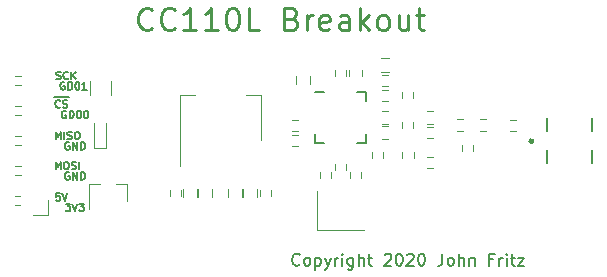
<source format=gbr>
%TF.GenerationSoftware,KiCad,Pcbnew,(5.1.6)-1*%
%TF.CreationDate,2020-07-26T08:56:46-05:00*%
%TF.ProjectId,nanoRT,6e616e6f-5254-42e6-9b69-6361645f7063,rev?*%
%TF.SameCoordinates,Original*%
%TF.FileFunction,Legend,Top*%
%TF.FilePolarity,Positive*%
%FSLAX46Y46*%
G04 Gerber Fmt 4.6, Leading zero omitted, Abs format (unit mm)*
G04 Created by KiCad (PCBNEW (5.1.6)-1) date 2020-07-26 08:56:46*
%MOMM*%
%LPD*%
G01*
G04 APERTURE LIST*
%ADD10C,0.254000*%
%ADD11C,0.150000*%
%ADD12C,0.127000*%
%ADD13C,0.120000*%
%ADD14C,0.300000*%
G04 APERTURE END LIST*
D10*
X112349642Y-81960357D02*
X112258928Y-82051071D01*
X111986785Y-82141785D01*
X111805357Y-82141785D01*
X111533214Y-82051071D01*
X111351785Y-81869642D01*
X111261071Y-81688214D01*
X111170357Y-81325357D01*
X111170357Y-81053214D01*
X111261071Y-80690357D01*
X111351785Y-80508928D01*
X111533214Y-80327500D01*
X111805357Y-80236785D01*
X111986785Y-80236785D01*
X112258928Y-80327500D01*
X112349642Y-80418214D01*
X114254642Y-81960357D02*
X114163928Y-82051071D01*
X113891785Y-82141785D01*
X113710357Y-82141785D01*
X113438214Y-82051071D01*
X113256785Y-81869642D01*
X113166071Y-81688214D01*
X113075357Y-81325357D01*
X113075357Y-81053214D01*
X113166071Y-80690357D01*
X113256785Y-80508928D01*
X113438214Y-80327500D01*
X113710357Y-80236785D01*
X113891785Y-80236785D01*
X114163928Y-80327500D01*
X114254642Y-80418214D01*
X116068928Y-82141785D02*
X114980357Y-82141785D01*
X115524642Y-82141785D02*
X115524642Y-80236785D01*
X115343214Y-80508928D01*
X115161785Y-80690357D01*
X114980357Y-80781071D01*
X117883214Y-82141785D02*
X116794642Y-82141785D01*
X117338928Y-82141785D02*
X117338928Y-80236785D01*
X117157500Y-80508928D01*
X116976071Y-80690357D01*
X116794642Y-80781071D01*
X119062500Y-80236785D02*
X119243928Y-80236785D01*
X119425357Y-80327500D01*
X119516071Y-80418214D01*
X119606785Y-80599642D01*
X119697500Y-80962500D01*
X119697500Y-81416071D01*
X119606785Y-81778928D01*
X119516071Y-81960357D01*
X119425357Y-82051071D01*
X119243928Y-82141785D01*
X119062500Y-82141785D01*
X118881071Y-82051071D01*
X118790357Y-81960357D01*
X118699642Y-81778928D01*
X118608928Y-81416071D01*
X118608928Y-80962500D01*
X118699642Y-80599642D01*
X118790357Y-80418214D01*
X118881071Y-80327500D01*
X119062500Y-80236785D01*
X121421071Y-82141785D02*
X120513928Y-82141785D01*
X120513928Y-80236785D01*
X124142500Y-81143928D02*
X124414642Y-81234642D01*
X124505357Y-81325357D01*
X124596071Y-81506785D01*
X124596071Y-81778928D01*
X124505357Y-81960357D01*
X124414642Y-82051071D01*
X124233214Y-82141785D01*
X123507500Y-82141785D01*
X123507500Y-80236785D01*
X124142500Y-80236785D01*
X124323928Y-80327500D01*
X124414642Y-80418214D01*
X124505357Y-80599642D01*
X124505357Y-80781071D01*
X124414642Y-80962500D01*
X124323928Y-81053214D01*
X124142500Y-81143928D01*
X123507500Y-81143928D01*
X125412500Y-82141785D02*
X125412500Y-80871785D01*
X125412500Y-81234642D02*
X125503214Y-81053214D01*
X125593928Y-80962500D01*
X125775357Y-80871785D01*
X125956785Y-80871785D01*
X127317500Y-82051071D02*
X127136071Y-82141785D01*
X126773214Y-82141785D01*
X126591785Y-82051071D01*
X126501071Y-81869642D01*
X126501071Y-81143928D01*
X126591785Y-80962500D01*
X126773214Y-80871785D01*
X127136071Y-80871785D01*
X127317500Y-80962500D01*
X127408214Y-81143928D01*
X127408214Y-81325357D01*
X126501071Y-81506785D01*
X129041071Y-82141785D02*
X129041071Y-81143928D01*
X128950357Y-80962500D01*
X128768928Y-80871785D01*
X128406071Y-80871785D01*
X128224642Y-80962500D01*
X129041071Y-82051071D02*
X128859642Y-82141785D01*
X128406071Y-82141785D01*
X128224642Y-82051071D01*
X128133928Y-81869642D01*
X128133928Y-81688214D01*
X128224642Y-81506785D01*
X128406071Y-81416071D01*
X128859642Y-81416071D01*
X129041071Y-81325357D01*
X129948214Y-82141785D02*
X129948214Y-80236785D01*
X130129642Y-81416071D02*
X130673928Y-82141785D01*
X130673928Y-80871785D02*
X129948214Y-81597500D01*
X131762500Y-82141785D02*
X131581071Y-82051071D01*
X131490357Y-81960357D01*
X131399642Y-81778928D01*
X131399642Y-81234642D01*
X131490357Y-81053214D01*
X131581071Y-80962500D01*
X131762500Y-80871785D01*
X132034642Y-80871785D01*
X132216071Y-80962500D01*
X132306785Y-81053214D01*
X132397500Y-81234642D01*
X132397500Y-81778928D01*
X132306785Y-81960357D01*
X132216071Y-82051071D01*
X132034642Y-82141785D01*
X131762500Y-82141785D01*
X134030357Y-80871785D02*
X134030357Y-82141785D01*
X133213928Y-80871785D02*
X133213928Y-81869642D01*
X133304642Y-82051071D01*
X133486071Y-82141785D01*
X133758214Y-82141785D01*
X133939642Y-82051071D01*
X134030357Y-81960357D01*
X134665357Y-80871785D02*
X135391071Y-80871785D01*
X134937500Y-80236785D02*
X134937500Y-81869642D01*
X135028214Y-82051071D01*
X135209642Y-82141785D01*
X135391071Y-82141785D01*
D11*
X124818333Y-101957142D02*
X124770714Y-102004761D01*
X124627857Y-102052380D01*
X124532619Y-102052380D01*
X124389761Y-102004761D01*
X124294523Y-101909523D01*
X124246904Y-101814285D01*
X124199285Y-101623809D01*
X124199285Y-101480952D01*
X124246904Y-101290476D01*
X124294523Y-101195238D01*
X124389761Y-101100000D01*
X124532619Y-101052380D01*
X124627857Y-101052380D01*
X124770714Y-101100000D01*
X124818333Y-101147619D01*
X125389761Y-102052380D02*
X125294523Y-102004761D01*
X125246904Y-101957142D01*
X125199285Y-101861904D01*
X125199285Y-101576190D01*
X125246904Y-101480952D01*
X125294523Y-101433333D01*
X125389761Y-101385714D01*
X125532619Y-101385714D01*
X125627857Y-101433333D01*
X125675476Y-101480952D01*
X125723095Y-101576190D01*
X125723095Y-101861904D01*
X125675476Y-101957142D01*
X125627857Y-102004761D01*
X125532619Y-102052380D01*
X125389761Y-102052380D01*
X126151666Y-101385714D02*
X126151666Y-102385714D01*
X126151666Y-101433333D02*
X126246904Y-101385714D01*
X126437380Y-101385714D01*
X126532619Y-101433333D01*
X126580238Y-101480952D01*
X126627857Y-101576190D01*
X126627857Y-101861904D01*
X126580238Y-101957142D01*
X126532619Y-102004761D01*
X126437380Y-102052380D01*
X126246904Y-102052380D01*
X126151666Y-102004761D01*
X126961190Y-101385714D02*
X127199285Y-102052380D01*
X127437380Y-101385714D02*
X127199285Y-102052380D01*
X127104047Y-102290476D01*
X127056428Y-102338095D01*
X126961190Y-102385714D01*
X127818333Y-102052380D02*
X127818333Y-101385714D01*
X127818333Y-101576190D02*
X127865952Y-101480952D01*
X127913571Y-101433333D01*
X128008809Y-101385714D01*
X128104047Y-101385714D01*
X128437380Y-102052380D02*
X128437380Y-101385714D01*
X128437380Y-101052380D02*
X128389761Y-101100000D01*
X128437380Y-101147619D01*
X128485000Y-101100000D01*
X128437380Y-101052380D01*
X128437380Y-101147619D01*
X129342142Y-101385714D02*
X129342142Y-102195238D01*
X129294523Y-102290476D01*
X129246904Y-102338095D01*
X129151666Y-102385714D01*
X129008809Y-102385714D01*
X128913571Y-102338095D01*
X129342142Y-102004761D02*
X129246904Y-102052380D01*
X129056428Y-102052380D01*
X128961190Y-102004761D01*
X128913571Y-101957142D01*
X128865952Y-101861904D01*
X128865952Y-101576190D01*
X128913571Y-101480952D01*
X128961190Y-101433333D01*
X129056428Y-101385714D01*
X129246904Y-101385714D01*
X129342142Y-101433333D01*
X129818333Y-102052380D02*
X129818333Y-101052380D01*
X130246904Y-102052380D02*
X130246904Y-101528571D01*
X130199285Y-101433333D01*
X130104047Y-101385714D01*
X129961190Y-101385714D01*
X129865952Y-101433333D01*
X129818333Y-101480952D01*
X130580238Y-101385714D02*
X130961190Y-101385714D01*
X130723095Y-101052380D02*
X130723095Y-101909523D01*
X130770714Y-102004761D01*
X130865952Y-102052380D01*
X130961190Y-102052380D01*
X132008809Y-101147619D02*
X132056428Y-101100000D01*
X132151666Y-101052380D01*
X132389761Y-101052380D01*
X132485000Y-101100000D01*
X132532619Y-101147619D01*
X132580238Y-101242857D01*
X132580238Y-101338095D01*
X132532619Y-101480952D01*
X131961190Y-102052380D01*
X132580238Y-102052380D01*
X133199285Y-101052380D02*
X133294523Y-101052380D01*
X133389761Y-101100000D01*
X133437380Y-101147619D01*
X133485000Y-101242857D01*
X133532619Y-101433333D01*
X133532619Y-101671428D01*
X133485000Y-101861904D01*
X133437380Y-101957142D01*
X133389761Y-102004761D01*
X133294523Y-102052380D01*
X133199285Y-102052380D01*
X133104047Y-102004761D01*
X133056428Y-101957142D01*
X133008809Y-101861904D01*
X132961190Y-101671428D01*
X132961190Y-101433333D01*
X133008809Y-101242857D01*
X133056428Y-101147619D01*
X133104047Y-101100000D01*
X133199285Y-101052380D01*
X133913571Y-101147619D02*
X133961190Y-101100000D01*
X134056428Y-101052380D01*
X134294523Y-101052380D01*
X134389761Y-101100000D01*
X134437380Y-101147619D01*
X134485000Y-101242857D01*
X134485000Y-101338095D01*
X134437380Y-101480952D01*
X133865952Y-102052380D01*
X134485000Y-102052380D01*
X135104047Y-101052380D02*
X135199285Y-101052380D01*
X135294523Y-101100000D01*
X135342142Y-101147619D01*
X135389761Y-101242857D01*
X135437380Y-101433333D01*
X135437380Y-101671428D01*
X135389761Y-101861904D01*
X135342142Y-101957142D01*
X135294523Y-102004761D01*
X135199285Y-102052380D01*
X135104047Y-102052380D01*
X135008809Y-102004761D01*
X134961190Y-101957142D01*
X134913571Y-101861904D01*
X134865952Y-101671428D01*
X134865952Y-101433333D01*
X134913571Y-101242857D01*
X134961190Y-101147619D01*
X135008809Y-101100000D01*
X135104047Y-101052380D01*
X136913571Y-101052380D02*
X136913571Y-101766666D01*
X136865952Y-101909523D01*
X136770714Y-102004761D01*
X136627857Y-102052380D01*
X136532619Y-102052380D01*
X137532619Y-102052380D02*
X137437380Y-102004761D01*
X137389761Y-101957142D01*
X137342142Y-101861904D01*
X137342142Y-101576190D01*
X137389761Y-101480952D01*
X137437380Y-101433333D01*
X137532619Y-101385714D01*
X137675476Y-101385714D01*
X137770714Y-101433333D01*
X137818333Y-101480952D01*
X137865952Y-101576190D01*
X137865952Y-101861904D01*
X137818333Y-101957142D01*
X137770714Y-102004761D01*
X137675476Y-102052380D01*
X137532619Y-102052380D01*
X138294523Y-102052380D02*
X138294523Y-101052380D01*
X138723095Y-102052380D02*
X138723095Y-101528571D01*
X138675476Y-101433333D01*
X138580238Y-101385714D01*
X138437380Y-101385714D01*
X138342142Y-101433333D01*
X138294523Y-101480952D01*
X139199285Y-101385714D02*
X139199285Y-102052380D01*
X139199285Y-101480952D02*
X139246904Y-101433333D01*
X139342142Y-101385714D01*
X139485000Y-101385714D01*
X139580238Y-101433333D01*
X139627857Y-101528571D01*
X139627857Y-102052380D01*
X141199285Y-101528571D02*
X140865952Y-101528571D01*
X140865952Y-102052380D02*
X140865952Y-101052380D01*
X141342142Y-101052380D01*
X141723095Y-102052380D02*
X141723095Y-101385714D01*
X141723095Y-101576190D02*
X141770714Y-101480952D01*
X141818333Y-101433333D01*
X141913571Y-101385714D01*
X142008809Y-101385714D01*
X142342142Y-102052380D02*
X142342142Y-101385714D01*
X142342142Y-101052380D02*
X142294523Y-101100000D01*
X142342142Y-101147619D01*
X142389761Y-101100000D01*
X142342142Y-101052380D01*
X142342142Y-101147619D01*
X142675476Y-101385714D02*
X143056428Y-101385714D01*
X142818333Y-101052380D02*
X142818333Y-101909523D01*
X142865952Y-102004761D01*
X142961190Y-102052380D01*
X143056428Y-102052380D01*
X143294523Y-101385714D02*
X143818333Y-101385714D01*
X143294523Y-102052380D01*
X143818333Y-102052380D01*
D12*
X105004809Y-96807261D02*
X105397904Y-96807261D01*
X105186238Y-97049166D01*
X105276952Y-97049166D01*
X105337428Y-97079404D01*
X105367666Y-97109642D01*
X105397904Y-97170119D01*
X105397904Y-97321309D01*
X105367666Y-97381785D01*
X105337428Y-97412023D01*
X105276952Y-97442261D01*
X105095523Y-97442261D01*
X105035047Y-97412023D01*
X105004809Y-97381785D01*
X105579333Y-96807261D02*
X105791000Y-97442261D01*
X106002666Y-96807261D01*
X106153857Y-96807261D02*
X106546952Y-96807261D01*
X106335285Y-97049166D01*
X106426000Y-97049166D01*
X106486476Y-97079404D01*
X106516714Y-97109642D01*
X106546952Y-97170119D01*
X106546952Y-97321309D01*
X106516714Y-97381785D01*
X106486476Y-97412023D01*
X106426000Y-97442261D01*
X106244571Y-97442261D01*
X106184095Y-97412023D01*
X106153857Y-97381785D01*
X104527047Y-95918261D02*
X104224666Y-95918261D01*
X104194428Y-96220642D01*
X104224666Y-96190404D01*
X104285142Y-96160166D01*
X104436333Y-96160166D01*
X104496809Y-96190404D01*
X104527047Y-96220642D01*
X104557285Y-96281119D01*
X104557285Y-96432309D01*
X104527047Y-96492785D01*
X104496809Y-96523023D01*
X104436333Y-96553261D01*
X104285142Y-96553261D01*
X104224666Y-96523023D01*
X104194428Y-96492785D01*
X104738714Y-95918261D02*
X104950380Y-96553261D01*
X105162047Y-95918261D01*
X105307190Y-94170500D02*
X105246714Y-94140261D01*
X105156000Y-94140261D01*
X105065285Y-94170500D01*
X105004809Y-94230976D01*
X104974571Y-94291452D01*
X104944333Y-94412404D01*
X104944333Y-94503119D01*
X104974571Y-94624071D01*
X105004809Y-94684547D01*
X105065285Y-94745023D01*
X105156000Y-94775261D01*
X105216476Y-94775261D01*
X105307190Y-94745023D01*
X105337428Y-94714785D01*
X105337428Y-94503119D01*
X105216476Y-94503119D01*
X105609571Y-94775261D02*
X105609571Y-94140261D01*
X105972428Y-94775261D01*
X105972428Y-94140261D01*
X106274809Y-94775261D02*
X106274809Y-94140261D01*
X106426000Y-94140261D01*
X106516714Y-94170500D01*
X106577190Y-94230976D01*
X106607428Y-94291452D01*
X106637666Y-94412404D01*
X106637666Y-94503119D01*
X106607428Y-94624071D01*
X106577190Y-94684547D01*
X106516714Y-94745023D01*
X106426000Y-94775261D01*
X106274809Y-94775261D01*
X104158142Y-93886261D02*
X104158142Y-93251261D01*
X104369809Y-93704833D01*
X104581476Y-93251261D01*
X104581476Y-93886261D01*
X105004809Y-93251261D02*
X105125761Y-93251261D01*
X105186238Y-93281500D01*
X105246714Y-93341976D01*
X105276952Y-93462928D01*
X105276952Y-93674595D01*
X105246714Y-93795547D01*
X105186238Y-93856023D01*
X105125761Y-93886261D01*
X105004809Y-93886261D01*
X104944333Y-93856023D01*
X104883857Y-93795547D01*
X104853619Y-93674595D01*
X104853619Y-93462928D01*
X104883857Y-93341976D01*
X104944333Y-93281500D01*
X105004809Y-93251261D01*
X105518857Y-93856023D02*
X105609571Y-93886261D01*
X105760761Y-93886261D01*
X105821238Y-93856023D01*
X105851476Y-93825785D01*
X105881714Y-93765309D01*
X105881714Y-93704833D01*
X105851476Y-93644357D01*
X105821238Y-93614119D01*
X105760761Y-93583880D01*
X105639809Y-93553642D01*
X105579333Y-93523404D01*
X105549095Y-93493166D01*
X105518857Y-93432690D01*
X105518857Y-93372214D01*
X105549095Y-93311738D01*
X105579333Y-93281500D01*
X105639809Y-93251261D01*
X105791000Y-93251261D01*
X105881714Y-93281500D01*
X106153857Y-93886261D02*
X106153857Y-93251261D01*
X105307190Y-91630500D02*
X105246714Y-91600261D01*
X105156000Y-91600261D01*
X105065285Y-91630500D01*
X105004809Y-91690976D01*
X104974571Y-91751452D01*
X104944333Y-91872404D01*
X104944333Y-91963119D01*
X104974571Y-92084071D01*
X105004809Y-92144547D01*
X105065285Y-92205023D01*
X105156000Y-92235261D01*
X105216476Y-92235261D01*
X105307190Y-92205023D01*
X105337428Y-92174785D01*
X105337428Y-91963119D01*
X105216476Y-91963119D01*
X105609571Y-92235261D02*
X105609571Y-91600261D01*
X105972428Y-92235261D01*
X105972428Y-91600261D01*
X106274809Y-92235261D02*
X106274809Y-91600261D01*
X106426000Y-91600261D01*
X106516714Y-91630500D01*
X106577190Y-91690976D01*
X106607428Y-91751452D01*
X106637666Y-91872404D01*
X106637666Y-91963119D01*
X106607428Y-92084071D01*
X106577190Y-92144547D01*
X106516714Y-92205023D01*
X106426000Y-92235261D01*
X106274809Y-92235261D01*
X104158142Y-91346261D02*
X104158142Y-90711261D01*
X104369809Y-91164833D01*
X104581476Y-90711261D01*
X104581476Y-91346261D01*
X104883857Y-91346261D02*
X104883857Y-90711261D01*
X105156000Y-91316023D02*
X105246714Y-91346261D01*
X105397904Y-91346261D01*
X105458380Y-91316023D01*
X105488619Y-91285785D01*
X105518857Y-91225309D01*
X105518857Y-91164833D01*
X105488619Y-91104357D01*
X105458380Y-91074119D01*
X105397904Y-91043880D01*
X105276952Y-91013642D01*
X105216476Y-90983404D01*
X105186238Y-90953166D01*
X105156000Y-90892690D01*
X105156000Y-90832214D01*
X105186238Y-90771738D01*
X105216476Y-90741500D01*
X105276952Y-90711261D01*
X105428142Y-90711261D01*
X105518857Y-90741500D01*
X105911952Y-90711261D02*
X106032904Y-90711261D01*
X106093380Y-90741500D01*
X106153857Y-90801976D01*
X106184095Y-90922928D01*
X106184095Y-91134595D01*
X106153857Y-91255547D01*
X106093380Y-91316023D01*
X106032904Y-91346261D01*
X105911952Y-91346261D01*
X105851476Y-91316023D01*
X105791000Y-91255547D01*
X105760761Y-91134595D01*
X105760761Y-90922928D01*
X105791000Y-90801976D01*
X105851476Y-90741500D01*
X105911952Y-90711261D01*
X104028119Y-87769700D02*
X104663119Y-87769700D01*
X104542166Y-88618785D02*
X104511928Y-88649023D01*
X104421214Y-88679261D01*
X104360738Y-88679261D01*
X104270023Y-88649023D01*
X104209547Y-88588547D01*
X104179309Y-88528071D01*
X104149071Y-88407119D01*
X104149071Y-88316404D01*
X104179309Y-88195452D01*
X104209547Y-88134976D01*
X104270023Y-88074500D01*
X104360738Y-88044261D01*
X104421214Y-88044261D01*
X104511928Y-88074500D01*
X104542166Y-88104738D01*
X104663119Y-87769700D02*
X105267880Y-87769700D01*
X104784071Y-88649023D02*
X104874785Y-88679261D01*
X105025976Y-88679261D01*
X105086452Y-88649023D01*
X105116690Y-88618785D01*
X105146928Y-88558309D01*
X105146928Y-88497833D01*
X105116690Y-88437357D01*
X105086452Y-88407119D01*
X105025976Y-88376880D01*
X104905023Y-88346642D01*
X104844547Y-88316404D01*
X104814309Y-88286166D01*
X104784071Y-88225690D01*
X104784071Y-88165214D01*
X104814309Y-88104738D01*
X104844547Y-88074500D01*
X104905023Y-88044261D01*
X105056214Y-88044261D01*
X105146928Y-88074500D01*
X105035047Y-88963500D02*
X104974571Y-88933261D01*
X104883857Y-88933261D01*
X104793142Y-88963500D01*
X104732666Y-89023976D01*
X104702428Y-89084452D01*
X104672190Y-89205404D01*
X104672190Y-89296119D01*
X104702428Y-89417071D01*
X104732666Y-89477547D01*
X104793142Y-89538023D01*
X104883857Y-89568261D01*
X104944333Y-89568261D01*
X105035047Y-89538023D01*
X105065285Y-89507785D01*
X105065285Y-89296119D01*
X104944333Y-89296119D01*
X105337428Y-89568261D02*
X105337428Y-88933261D01*
X105488619Y-88933261D01*
X105579333Y-88963500D01*
X105639809Y-89023976D01*
X105670047Y-89084452D01*
X105700285Y-89205404D01*
X105700285Y-89296119D01*
X105670047Y-89417071D01*
X105639809Y-89477547D01*
X105579333Y-89538023D01*
X105488619Y-89568261D01*
X105337428Y-89568261D01*
X106093380Y-88933261D02*
X106153857Y-88933261D01*
X106214333Y-88963500D01*
X106244571Y-88993738D01*
X106274809Y-89054214D01*
X106305047Y-89175166D01*
X106305047Y-89326357D01*
X106274809Y-89447309D01*
X106244571Y-89507785D01*
X106214333Y-89538023D01*
X106153857Y-89568261D01*
X106093380Y-89568261D01*
X106032904Y-89538023D01*
X106002666Y-89507785D01*
X105972428Y-89447309D01*
X105942190Y-89326357D01*
X105942190Y-89175166D01*
X105972428Y-89054214D01*
X106002666Y-88993738D01*
X106032904Y-88963500D01*
X106093380Y-88933261D01*
X106698142Y-88933261D02*
X106758619Y-88933261D01*
X106819095Y-88963500D01*
X106849333Y-88993738D01*
X106879571Y-89054214D01*
X106909809Y-89175166D01*
X106909809Y-89326357D01*
X106879571Y-89447309D01*
X106849333Y-89507785D01*
X106819095Y-89538023D01*
X106758619Y-89568261D01*
X106698142Y-89568261D01*
X106637666Y-89538023D01*
X106607428Y-89507785D01*
X106577190Y-89447309D01*
X106546952Y-89326357D01*
X106546952Y-89175166D01*
X106577190Y-89054214D01*
X106607428Y-88993738D01*
X106637666Y-88963500D01*
X106698142Y-88933261D01*
X104908047Y-86550500D02*
X104847571Y-86520261D01*
X104756857Y-86520261D01*
X104666142Y-86550500D01*
X104605666Y-86610976D01*
X104575428Y-86671452D01*
X104545190Y-86792404D01*
X104545190Y-86883119D01*
X104575428Y-87004071D01*
X104605666Y-87064547D01*
X104666142Y-87125023D01*
X104756857Y-87155261D01*
X104817333Y-87155261D01*
X104908047Y-87125023D01*
X104938285Y-87094785D01*
X104938285Y-86883119D01*
X104817333Y-86883119D01*
X105210428Y-87155261D02*
X105210428Y-86520261D01*
X105361619Y-86520261D01*
X105452333Y-86550500D01*
X105512809Y-86610976D01*
X105543047Y-86671452D01*
X105573285Y-86792404D01*
X105573285Y-86883119D01*
X105543047Y-87004071D01*
X105512809Y-87064547D01*
X105452333Y-87125023D01*
X105361619Y-87155261D01*
X105210428Y-87155261D01*
X105966380Y-86520261D02*
X106026857Y-86520261D01*
X106087333Y-86550500D01*
X106117571Y-86580738D01*
X106147809Y-86641214D01*
X106178047Y-86762166D01*
X106178047Y-86913357D01*
X106147809Y-87034309D01*
X106117571Y-87094785D01*
X106087333Y-87125023D01*
X106026857Y-87155261D01*
X105966380Y-87155261D01*
X105905904Y-87125023D01*
X105875666Y-87094785D01*
X105845428Y-87034309D01*
X105815190Y-86913357D01*
X105815190Y-86762166D01*
X105845428Y-86641214D01*
X105875666Y-86580738D01*
X105905904Y-86550500D01*
X105966380Y-86520261D01*
X106782809Y-87155261D02*
X106419952Y-87155261D01*
X106601380Y-87155261D02*
X106601380Y-86520261D01*
X106540904Y-86610976D01*
X106480428Y-86671452D01*
X106419952Y-86701690D01*
X104212571Y-86236023D02*
X104303285Y-86266261D01*
X104454476Y-86266261D01*
X104514952Y-86236023D01*
X104545190Y-86205785D01*
X104575428Y-86145309D01*
X104575428Y-86084833D01*
X104545190Y-86024357D01*
X104514952Y-85994119D01*
X104454476Y-85963880D01*
X104333523Y-85933642D01*
X104273047Y-85903404D01*
X104242809Y-85873166D01*
X104212571Y-85812690D01*
X104212571Y-85752214D01*
X104242809Y-85691738D01*
X104273047Y-85661500D01*
X104333523Y-85631261D01*
X104484714Y-85631261D01*
X104575428Y-85661500D01*
X105210428Y-86205785D02*
X105180190Y-86236023D01*
X105089476Y-86266261D01*
X105029000Y-86266261D01*
X104938285Y-86236023D01*
X104877809Y-86175547D01*
X104847571Y-86115071D01*
X104817333Y-85994119D01*
X104817333Y-85903404D01*
X104847571Y-85782452D01*
X104877809Y-85721976D01*
X104938285Y-85661500D01*
X105029000Y-85631261D01*
X105089476Y-85631261D01*
X105180190Y-85661500D01*
X105210428Y-85691738D01*
X105482571Y-86266261D02*
X105482571Y-85631261D01*
X105845428Y-86266261D02*
X105573285Y-85903404D01*
X105845428Y-85631261D02*
X105482571Y-85994119D01*
D13*
%TO.C,J2*%
X101125000Y-96900000D02*
X100737929Y-96900000D01*
X101125000Y-96140000D02*
X100737929Y-96140000D01*
X101192071Y-94360000D02*
X100737929Y-94360000D01*
X101192071Y-93600000D02*
X100737929Y-93600000D01*
X101192071Y-91820000D02*
X100737929Y-91820000D01*
X101192071Y-91060000D02*
X100737929Y-91060000D01*
X101192071Y-89280000D02*
X100737929Y-89280000D01*
X101192071Y-88520000D02*
X100737929Y-88520000D01*
X101192071Y-86740000D02*
X100737929Y-86740000D01*
X101192071Y-85980000D02*
X100737929Y-85980000D01*
X103505000Y-96520000D02*
X103505000Y-97790000D01*
X103505000Y-97790000D02*
X102235000Y-97790000D01*
D12*
%TO.C,J5*%
X149600000Y-90640000D02*
X149600000Y-89540000D01*
X149600000Y-93340000D02*
X149600000Y-92240000D01*
X145800000Y-90640000D02*
X145800000Y-89540000D01*
X145800000Y-93340000D02*
X145800000Y-92240000D01*
D14*
X144532000Y-91513000D02*
G75*
G03*
X144532000Y-91513000I-100000J0D01*
G01*
D13*
%TO.C,C1*%
X124710000Y-90970000D02*
X124210000Y-90970000D01*
X124210000Y-91910000D02*
X124710000Y-91910000D01*
%TO.C,C2*%
X126530000Y-94111000D02*
X126530000Y-94611000D01*
X127470000Y-94611000D02*
X127470000Y-94111000D01*
%TO.C,C3*%
X124495000Y-86710000D02*
X124495000Y-86010000D01*
X125695000Y-86010000D02*
X125695000Y-86710000D01*
%TO.C,C4*%
X130010000Y-94611000D02*
X130010000Y-94111000D01*
X129070000Y-94111000D02*
X129070000Y-94611000D01*
%TO.C,C5*%
X124710000Y-89700000D02*
X124210000Y-89700000D01*
X124210000Y-90640000D02*
X124710000Y-90640000D01*
%TO.C,C6*%
X127800000Y-85475000D02*
X127800000Y-85975000D01*
X128740000Y-85975000D02*
X128740000Y-85475000D01*
%TO.C,C7*%
X120050000Y-96235000D02*
X120050000Y-95535000D01*
X121250000Y-95535000D02*
X121250000Y-96235000D01*
%TO.C,C8*%
X127800000Y-93476000D02*
X127800000Y-93976000D01*
X128740000Y-93976000D02*
X128740000Y-93476000D01*
%TO.C,C9*%
X118780000Y-96235000D02*
X118780000Y-95535000D01*
X119980000Y-95535000D02*
X119980000Y-96235000D01*
%TO.C,C10*%
X130975000Y-92460000D02*
X130975000Y-92960000D01*
X131915000Y-92960000D02*
X131915000Y-92460000D01*
%TO.C,C11*%
X132330000Y-87160000D02*
X131830000Y-87160000D01*
X131830000Y-88100000D02*
X132330000Y-88100000D01*
%TO.C,C12*%
X134455000Y-90420000D02*
X134455000Y-89920000D01*
X133515000Y-89920000D02*
X133515000Y-90420000D01*
%TO.C,C13*%
X131830000Y-86830000D02*
X132330000Y-86830000D01*
X132330000Y-85890000D02*
X131830000Y-85890000D01*
%TO.C,C14*%
X134455000Y-87880000D02*
X134455000Y-87380000D01*
X133515000Y-87380000D02*
X133515000Y-87880000D01*
%TO.C,C15*%
X135640000Y-93815000D02*
X136140000Y-93815000D01*
X136140000Y-92875000D02*
X135640000Y-92875000D01*
%TO.C,C16*%
X117440000Y-95535000D02*
X117440000Y-96235000D01*
X116240000Y-96235000D02*
X116240000Y-95535000D01*
%TO.C,C17*%
X132430000Y-85690000D02*
X131730000Y-85690000D01*
X131730000Y-84490000D02*
X132430000Y-84490000D01*
%TO.C,C18*%
X136140000Y-90335000D02*
X135640000Y-90335000D01*
X135640000Y-91275000D02*
X136140000Y-91275000D01*
%TO.C,C19*%
X116170000Y-95535000D02*
X116170000Y-96235000D01*
X114970000Y-96235000D02*
X114970000Y-95535000D01*
%TO.C,C20*%
X139535000Y-92325000D02*
X139535000Y-91825000D01*
X138595000Y-91825000D02*
X138595000Y-92325000D01*
%TO.C,C21*%
X142625000Y-90640000D02*
X143125000Y-90640000D01*
X143125000Y-89700000D02*
X142625000Y-89700000D01*
%TO.C,C22*%
X122390000Y-96135000D02*
X122390000Y-95635000D01*
X121450000Y-95635000D02*
X121450000Y-96135000D01*
%TO.C,C23*%
X114770000Y-96135000D02*
X114770000Y-95635000D01*
X113830000Y-95635000D02*
X113830000Y-96135000D01*
%TO.C,D2*%
X107450000Y-92105000D02*
X108450000Y-92105000D01*
X108450000Y-92105000D02*
X108450000Y-90005000D01*
X107450000Y-92105000D02*
X107450000Y-90005000D01*
%TO.C,L1*%
X132330000Y-89005000D02*
X131830000Y-89005000D01*
X131830000Y-90065000D02*
X132330000Y-90065000D01*
%TO.C,L2*%
X131830000Y-91335000D02*
X132330000Y-91335000D01*
X132330000Y-90275000D02*
X131830000Y-90275000D01*
%TO.C,L3*%
X133455000Y-92460000D02*
X133455000Y-92960000D01*
X134515000Y-92960000D02*
X134515000Y-92460000D01*
%TO.C,L4*%
X136140000Y-89005000D02*
X135640000Y-89005000D01*
X135640000Y-90065000D02*
X136140000Y-90065000D01*
%TO.C,L5*%
X138180000Y-90700000D02*
X138680000Y-90700000D01*
X138680000Y-89640000D02*
X138180000Y-89640000D01*
%TO.C,L6*%
X140585000Y-89640000D02*
X140085000Y-89640000D01*
X140085000Y-90700000D02*
X140585000Y-90700000D01*
%TO.C,Q1*%
X110165000Y-95125000D02*
X109235000Y-95125000D01*
X107005000Y-95125000D02*
X107935000Y-95125000D01*
X107005000Y-95125000D02*
X107005000Y-97285000D01*
X110165000Y-95125000D02*
X110165000Y-96585000D01*
%TO.C,R2*%
X129010000Y-85475000D02*
X129010000Y-85975000D01*
X130070000Y-85975000D02*
X130070000Y-85475000D01*
%TO.C,R3*%
X107070000Y-87595000D02*
X107070000Y-86395000D01*
X108830000Y-86395000D02*
X108830000Y-87595000D01*
D11*
%TO.C,U1*%
X130420000Y-87385000D02*
X130420000Y-88160000D01*
X126120000Y-91685000D02*
X126120000Y-90910000D01*
X130420000Y-91685000D02*
X130420000Y-90910000D01*
X126120000Y-87385000D02*
X126895000Y-87385000D01*
X126120000Y-91685000D02*
X126895000Y-91685000D01*
X130420000Y-91685000D02*
X129645000Y-91685000D01*
X130420000Y-87385000D02*
X129645000Y-87385000D01*
D13*
%TO.C,U2*%
X121520000Y-87625000D02*
X120260000Y-87625000D01*
X114700000Y-87625000D02*
X115960000Y-87625000D01*
X121520000Y-91385000D02*
X121520000Y-87625000D01*
X114700000Y-93635000D02*
X114700000Y-87625000D01*
%TO.C,Y1*%
X126270000Y-95720000D02*
X126270000Y-99020000D01*
X126270000Y-99020000D02*
X130270000Y-99020000D01*
%TD*%
M02*

</source>
